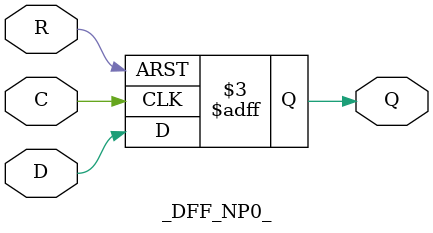
<source format=v>
module _DFF_NP0_(D, Q, C, R);
input D, C, R;
output reg Q;
always @(negedge C or posedge R) begin
	if (R == 1)
		Q <= 0;
	else
		Q <= D;
end
endmodule
</source>
